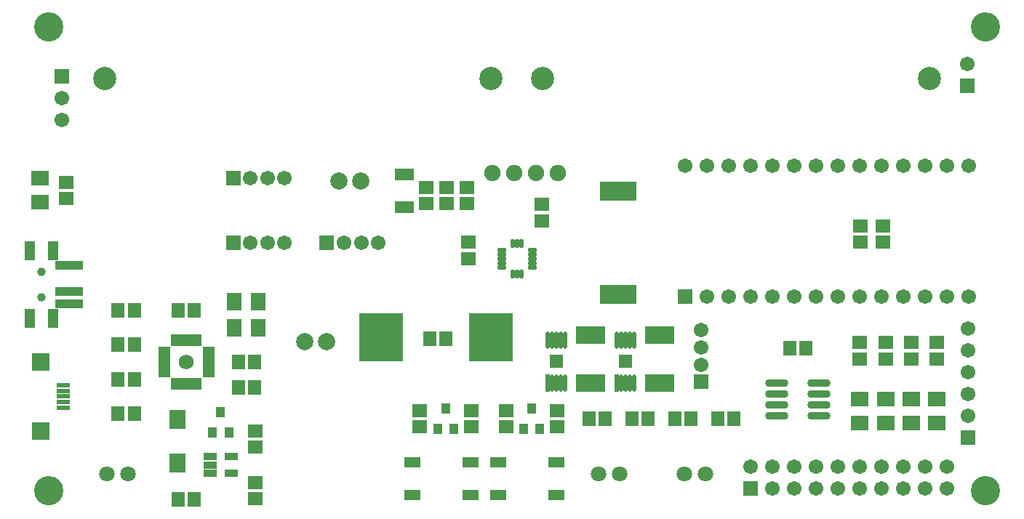
<source format=gts>
G04*
G04 #@! TF.GenerationSoftware,Altium Limited,CircuitStudio,1.5.1 (13)*
G04*
G04 Layer_Color=20142*
%FSLAX25Y25*%
%MOIN*%
G70*
G01*
G75*
%ADD42C,0.07087*%
%ADD56R,0.06706X0.05918*%
%ADD57R,0.05200X0.02200*%
%ADD58R,0.02200X0.05200*%
%ADD59O,0.10642X0.03556*%
%ADD60R,0.07493X0.04737*%
%ADD61R,0.05918X0.06706*%
%ADD62R,0.13398X0.07887*%
%ADD63R,0.07887X0.07099*%
%ADD64R,0.08674X0.05721*%
%ADD65R,0.07099X0.07887*%
%ADD66R,0.04147X0.04540*%
%ADD67R,0.07296X0.08674*%
%ADD68R,0.05918X0.03556*%
%ADD69R,0.20485X0.22060*%
%ADD70R,0.16548X0.08674*%
%ADD71R,0.08300X0.07900*%
%ADD72R,0.06400X0.02200*%
%ADD73R,0.04737X0.08674*%
%ADD74R,0.12611X0.03950*%
%ADD75O,0.02178X0.07887*%
%ADD76R,0.02178X0.07887*%
%ADD77O,0.01981X0.04343*%
%ADD78O,0.04343X0.01981*%
%ADD79C,0.07493*%
%ADD80C,0.07887*%
%ADD81C,0.06706*%
%ADD82R,0.06706X0.06706*%
%ADD83C,0.10642*%
%ADD84C,0.06800*%
%ADD85R,0.06706X0.06706*%
%ADD86C,0.13398*%
%ADD87C,0.03950*%
%ADD88R,0.05918X0.05918*%
D42*
X832480Y437008D02*
D03*
X822638D02*
D03*
X871850D02*
D03*
X862008D02*
D03*
X607283D02*
D03*
X597441D02*
D03*
D56*
X740945Y458465D02*
D03*
Y465945D02*
D03*
X764567D02*
D03*
Y458465D02*
D03*
X780315D02*
D03*
Y465945D02*
D03*
X803937D02*
D03*
Y458465D02*
D03*
X977953Y497047D02*
D03*
Y489567D02*
D03*
X966142Y497047D02*
D03*
Y489567D02*
D03*
X954331Y497047D02*
D03*
Y489567D02*
D03*
X942520Y497047D02*
D03*
Y489567D02*
D03*
X753150Y568307D02*
D03*
Y560827D02*
D03*
X578740Y563189D02*
D03*
Y570669D02*
D03*
X665354Y456496D02*
D03*
Y449016D02*
D03*
Y432874D02*
D03*
Y425394D02*
D03*
X762598Y568307D02*
D03*
Y560827D02*
D03*
X953150Y550591D02*
D03*
Y543110D02*
D03*
X942913Y550591D02*
D03*
Y543110D02*
D03*
X796850Y560433D02*
D03*
Y552953D02*
D03*
X762992Y535630D02*
D03*
Y543110D02*
D03*
X743701Y560827D02*
D03*
Y568307D02*
D03*
D57*
X623721Y494095D02*
D03*
Y492126D02*
D03*
Y490158D02*
D03*
Y488189D02*
D03*
Y486221D02*
D03*
Y484252D02*
D03*
Y482283D02*
D03*
X643996D02*
D03*
Y484252D02*
D03*
Y486221D02*
D03*
Y488189D02*
D03*
Y490158D02*
D03*
Y492126D02*
D03*
Y494095D02*
D03*
D58*
X627953Y478052D02*
D03*
X629921D02*
D03*
X631890D02*
D03*
X633858D02*
D03*
X635827D02*
D03*
X637795D02*
D03*
X639764D02*
D03*
Y498326D02*
D03*
X637795D02*
D03*
X635827D02*
D03*
X633858D02*
D03*
X631890D02*
D03*
X629921D02*
D03*
X627953D02*
D03*
D59*
X923819Y463366D02*
D03*
Y468366D02*
D03*
Y473366D02*
D03*
Y478366D02*
D03*
X904528Y463366D02*
D03*
Y468366D02*
D03*
Y473366D02*
D03*
Y478366D02*
D03*
D60*
X776756Y442126D02*
D03*
Y427165D02*
D03*
X803559Y442126D02*
D03*
Y427165D02*
D03*
X737386Y442126D02*
D03*
Y427165D02*
D03*
X764189Y442126D02*
D03*
Y427165D02*
D03*
D61*
X745472Y498819D02*
D03*
X752953D02*
D03*
X610039Y496063D02*
D03*
X602559D02*
D03*
Y511811D02*
D03*
X610039D02*
D03*
X630118D02*
D03*
X637598D02*
D03*
X602559Y480315D02*
D03*
X610039D02*
D03*
X837992Y462205D02*
D03*
X845472D02*
D03*
X602559Y464567D02*
D03*
X610039D02*
D03*
X917913Y494488D02*
D03*
X910433D02*
D03*
X865158Y462205D02*
D03*
X857677D02*
D03*
X825787D02*
D03*
X818307D02*
D03*
X665158Y488189D02*
D03*
X657677D02*
D03*
X665158Y476378D02*
D03*
X657677D02*
D03*
X637598Y425197D02*
D03*
X630118D02*
D03*
X877362Y462205D02*
D03*
X884842D02*
D03*
D62*
X850787Y478346D02*
D03*
Y500394D02*
D03*
X819291Y478346D02*
D03*
Y500394D02*
D03*
D63*
X977953Y460236D02*
D03*
Y471260D02*
D03*
X966142Y460236D02*
D03*
Y471260D02*
D03*
X954331Y460236D02*
D03*
Y471260D02*
D03*
X942520Y460236D02*
D03*
Y471260D02*
D03*
X566929Y561417D02*
D03*
Y572441D02*
D03*
D64*
X733858Y574016D02*
D03*
Y559055D02*
D03*
D65*
X666929Y503937D02*
D03*
X655905D02*
D03*
X666929Y515748D02*
D03*
X655905D02*
D03*
D66*
X649606Y465256D02*
D03*
X653346Y456004D02*
D03*
X645866D02*
D03*
X792126Y466831D02*
D03*
X795866Y457579D02*
D03*
X788386D02*
D03*
X752756Y466831D02*
D03*
X756496Y457579D02*
D03*
X749016D02*
D03*
D67*
X629921Y441732D02*
D03*
Y461811D02*
D03*
D68*
X644882Y444685D02*
D03*
Y440945D02*
D03*
Y437205D02*
D03*
X654331D02*
D03*
Y444685D02*
D03*
D69*
X773622Y499606D02*
D03*
X723228D02*
D03*
D70*
X831890Y519291D02*
D03*
Y566535D02*
D03*
D71*
X567126Y456641D02*
D03*
Y488189D02*
D03*
D72*
X577626Y469841D02*
D03*
Y472441D02*
D03*
Y475000D02*
D03*
Y467241D02*
D03*
Y477559D02*
D03*
D73*
X562008Y539173D02*
D03*
Y508071D02*
D03*
X572638Y539173D02*
D03*
Y508071D02*
D03*
D74*
X580118Y532480D02*
D03*
Y520669D02*
D03*
Y514764D02*
D03*
D75*
X838976Y498228D02*
D03*
X837008D02*
D03*
X835039D02*
D03*
X833071D02*
D03*
X831102D02*
D03*
X838976Y478543D02*
D03*
X837008D02*
D03*
X835039D02*
D03*
X833071D02*
D03*
X807480Y498228D02*
D03*
X805512D02*
D03*
X803543D02*
D03*
X801575D02*
D03*
X799606D02*
D03*
X807480Y478543D02*
D03*
X805512D02*
D03*
X803543D02*
D03*
X801575D02*
D03*
D76*
X831102D02*
D03*
X799606D02*
D03*
D77*
X787402Y542520D02*
D03*
X783465D02*
D03*
X785433D02*
D03*
X787402Y528543D02*
D03*
X783465D02*
D03*
X785433D02*
D03*
D78*
X792323Y539370D02*
D03*
Y537401D02*
D03*
Y535433D02*
D03*
Y533464D02*
D03*
Y531496D02*
D03*
X778543Y539370D02*
D03*
Y537401D02*
D03*
Y535433D02*
D03*
Y533464D02*
D03*
Y531496D02*
D03*
D79*
X793976Y574803D02*
D03*
X783976D02*
D03*
X773976D02*
D03*
X803976D02*
D03*
D80*
X713937Y571260D02*
D03*
X703937D02*
D03*
X698189Y497638D02*
D03*
X688189D02*
D03*
D81*
X869685Y502756D02*
D03*
Y494882D02*
D03*
Y487008D02*
D03*
X576772Y609094D02*
D03*
Y599094D02*
D03*
X862598Y578110D02*
D03*
X872598D02*
D03*
X882598D02*
D03*
X892598D02*
D03*
X902598D02*
D03*
X912598D02*
D03*
X922598D02*
D03*
X932598D02*
D03*
X942598D02*
D03*
X952598D02*
D03*
X962598D02*
D03*
X972598D02*
D03*
X982598D02*
D03*
X992598D02*
D03*
Y518110D02*
D03*
X982598D02*
D03*
X972598D02*
D03*
X962598D02*
D03*
X952598D02*
D03*
X942598D02*
D03*
X932598D02*
D03*
X922598D02*
D03*
X912598D02*
D03*
X902598D02*
D03*
X892598D02*
D03*
X882598D02*
D03*
X872598D02*
D03*
X892520Y440315D02*
D03*
X902520Y430315D02*
D03*
Y440315D02*
D03*
X912520Y430315D02*
D03*
Y440315D02*
D03*
X922520Y430315D02*
D03*
Y440315D02*
D03*
X932520Y430315D02*
D03*
Y440315D02*
D03*
X942520Y430315D02*
D03*
Y440315D02*
D03*
X952520Y430315D02*
D03*
Y440315D02*
D03*
X962520Y430315D02*
D03*
Y440315D02*
D03*
X972520Y430315D02*
D03*
Y440315D02*
D03*
X982520Y430315D02*
D03*
Y440315D02*
D03*
X678937Y572638D02*
D03*
X671063D02*
D03*
X663189D02*
D03*
X678937Y542913D02*
D03*
X671063D02*
D03*
X663189D02*
D03*
X721850D02*
D03*
X713976D02*
D03*
X706102D02*
D03*
X992126Y463543D02*
D03*
Y473543D02*
D03*
Y483543D02*
D03*
Y493543D02*
D03*
Y503543D02*
D03*
X991929Y624764D02*
D03*
D82*
X869685Y479134D02*
D03*
X576772Y619095D02*
D03*
X992126Y453543D02*
D03*
X991929Y614764D02*
D03*
D83*
X797244Y618110D02*
D03*
X974409D02*
D03*
X596457D02*
D03*
X773622D02*
D03*
D84*
X633858Y488189D02*
D03*
D85*
X862598Y518110D02*
D03*
X892520Y430315D02*
D03*
X655315Y572638D02*
D03*
Y542913D02*
D03*
X698228D02*
D03*
D86*
X570866Y641732D02*
D03*
X1000000D02*
D03*
X570866Y429134D02*
D03*
X1000000D02*
D03*
D87*
X567323Y529528D02*
D03*
Y517717D02*
D03*
D88*
X835039Y488386D02*
D03*
X803543D02*
D03*
M02*

</source>
